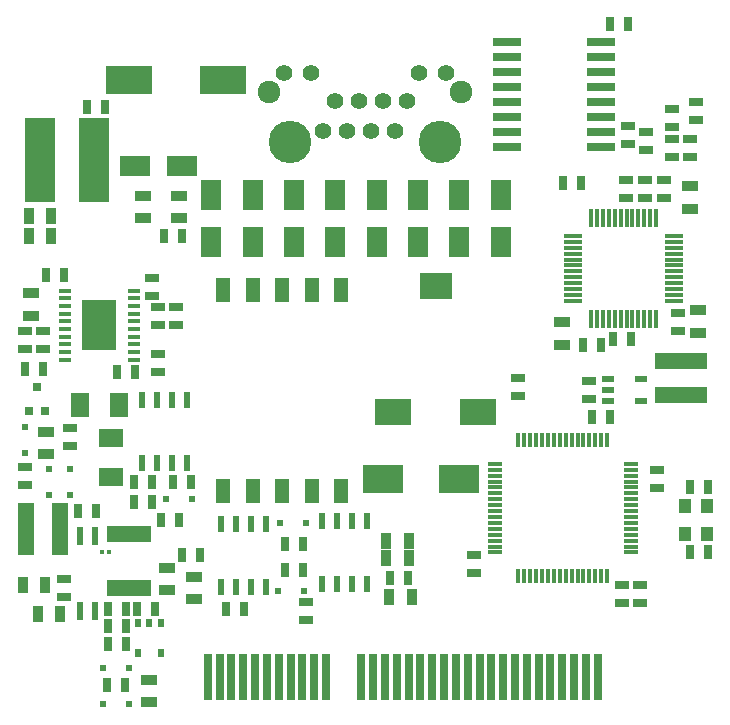
<source format=gts>
G04 (created by PCBNEW (2013-jul-07)-stable) date Wed 09 Oct 2013 01:20:09 AM EDT*
%MOIN*%
G04 Gerber Fmt 3.4, Leading zero omitted, Abs format*
%FSLAX34Y34*%
G01*
G70*
G90*
G04 APERTURE LIST*
%ADD10C,0.00590551*%
%ADD11R,0.0275X0.1574*%
%ADD12R,0.120866X0.0889764*%
%ADD13R,0.109055X0.0889764*%
%ADD14C,0.0551*%
%ADD15C,0.1417*%
%ADD16C,0.0757*%
%ADD17R,0.0984252X0.279528*%
%ADD18R,0.0473X0.0118*%
%ADD19R,0.0118X0.0473*%
%ADD20R,0.0570866X0.173228*%
%ADD21R,0.0413386X0.0125984*%
%ADD22R,0.11811X0.165354*%
%ADD23R,0.0984X0.0709*%
%ADD24R,0.0709X0.0984*%
%ADD25R,0.0236X0.0551*%
%ADD26R,0.02X0.03*%
%ADD27R,0.05X0.0799213*%
%ADD28R,0.15X0.055*%
%ADD29R,0.06X0.08*%
%ADD30R,0.08X0.06*%
%ADD31R,0.035X0.055*%
%ADD32R,0.055X0.035*%
%ADD33R,0.025X0.045*%
%ADD34R,0.045X0.025*%
%ADD35R,0.0315X0.0315*%
%ADD36R,0.0240157X0.0598425*%
%ADD37R,0.1378X0.0945*%
%ADD38R,0.1575X0.0945*%
%ADD39R,0.0944X0.025*%
%ADD40R,0.011811X0.015748*%
%ADD41R,0.0433X0.0236*%
%ADD42R,0.173228X0.0570866*%
%ADD43R,0.0413386X0.0511811*%
%ADD44R,0.0118X0.059*%
%ADD45R,0.059X0.0118*%
%ADD46R,0.0236X0.0236*%
G04 APERTURE END LIST*
G54D10*
G54D11*
X77441Y-45787D03*
X77834Y-45787D03*
X78228Y-45787D03*
X78622Y-45787D03*
X79015Y-45787D03*
X79409Y-45787D03*
X79803Y-45787D03*
X80197Y-45787D03*
X80590Y-45787D03*
X80984Y-45787D03*
X81378Y-45787D03*
X82559Y-45787D03*
X82952Y-45787D03*
X83346Y-45787D03*
X83740Y-45787D03*
X84134Y-45787D03*
X84527Y-45787D03*
X84921Y-45787D03*
X85315Y-45787D03*
X85708Y-45787D03*
X86102Y-45787D03*
X86496Y-45787D03*
X86889Y-45787D03*
X87283Y-45787D03*
X87677Y-45787D03*
X88071Y-45787D03*
X88464Y-45787D03*
X88858Y-45787D03*
X89252Y-45787D03*
X89645Y-45787D03*
X90039Y-45787D03*
X90433Y-45787D03*
G54D12*
X83620Y-36937D03*
X86458Y-36937D03*
G54D13*
X85039Y-32748D03*
G54D14*
X84077Y-26602D03*
X83677Y-27602D03*
X83277Y-26602D03*
X82877Y-27602D03*
X82477Y-26602D03*
X82077Y-27602D03*
X81677Y-26602D03*
X81277Y-27602D03*
X85377Y-25652D03*
X84477Y-25652D03*
X80877Y-25652D03*
X79977Y-25652D03*
G54D15*
X85177Y-27952D03*
X80177Y-27952D03*
G54D16*
X79477Y-26282D03*
X85877Y-26282D03*
G54D17*
X73641Y-28543D03*
X71830Y-28543D03*
G54D18*
X91535Y-41633D03*
X91535Y-41437D03*
X91535Y-41240D03*
X91535Y-41043D03*
X91535Y-40846D03*
X91535Y-40649D03*
X91535Y-40452D03*
X91535Y-40256D03*
X91535Y-40059D03*
X91535Y-39862D03*
X91535Y-39665D03*
X91535Y-39468D03*
X91535Y-39271D03*
X91535Y-39074D03*
X91535Y-38878D03*
X91535Y-38681D03*
G54D19*
X90747Y-37893D03*
X90551Y-37893D03*
X90354Y-37893D03*
X90157Y-37893D03*
X89960Y-37893D03*
X89763Y-37893D03*
X89566Y-37893D03*
X89370Y-37893D03*
X89173Y-37893D03*
X88976Y-37893D03*
X88779Y-37893D03*
X88582Y-37893D03*
X88385Y-37893D03*
X88188Y-37893D03*
X87992Y-37893D03*
X87795Y-37893D03*
G54D18*
X87007Y-38681D03*
X87007Y-38878D03*
X87007Y-39074D03*
X87007Y-39271D03*
X87007Y-39468D03*
X87007Y-39665D03*
X87007Y-39862D03*
X87007Y-40059D03*
X87007Y-40256D03*
X87007Y-40452D03*
X87007Y-40649D03*
X87007Y-40846D03*
X87007Y-41043D03*
X87007Y-41240D03*
X87007Y-41437D03*
X87007Y-41633D03*
G54D19*
X87795Y-42421D03*
X87992Y-42421D03*
X88188Y-42421D03*
X88385Y-42421D03*
X88582Y-42421D03*
X88779Y-42421D03*
X88976Y-42421D03*
X89173Y-42421D03*
X89370Y-42421D03*
X89566Y-42421D03*
X89763Y-42421D03*
X89960Y-42421D03*
X90157Y-42421D03*
X90354Y-42421D03*
X90551Y-42421D03*
X90747Y-42421D03*
G54D20*
X71377Y-40846D03*
X72519Y-40846D03*
G54D21*
X74970Y-35206D03*
X74970Y-34950D03*
X74970Y-34694D03*
X74970Y-34438D03*
X74970Y-34183D03*
X74970Y-33927D03*
X74970Y-33671D03*
X74970Y-33415D03*
X74970Y-33159D03*
X74970Y-32903D03*
X72667Y-32903D03*
X72667Y-33159D03*
X72667Y-33415D03*
X72667Y-33671D03*
X72667Y-33927D03*
X72667Y-34183D03*
X72667Y-34438D03*
X72667Y-34694D03*
X72667Y-34950D03*
X72667Y-35206D03*
G54D22*
X73818Y-34055D03*
G54D23*
X76574Y-28740D03*
X75000Y-28740D03*
G54D24*
X77559Y-31298D03*
X77559Y-29724D03*
X81692Y-31298D03*
X81692Y-29724D03*
X78937Y-29724D03*
X78937Y-31298D03*
X80314Y-29724D03*
X80314Y-31298D03*
X87204Y-31298D03*
X87204Y-29724D03*
X83070Y-31298D03*
X83070Y-29724D03*
X85826Y-29724D03*
X85826Y-31298D03*
X84448Y-29724D03*
X84448Y-31298D03*
G54D25*
X75234Y-36548D03*
X75234Y-38648D03*
X75734Y-36548D03*
X76234Y-36548D03*
X76734Y-36548D03*
X75734Y-38648D03*
X76234Y-38648D03*
X76734Y-38648D03*
G54D26*
X75867Y-43988D03*
X75117Y-43988D03*
X75867Y-44988D03*
X75492Y-43988D03*
X75117Y-44988D03*
G54D27*
X77952Y-32870D03*
X78937Y-32870D03*
X79921Y-32870D03*
X80905Y-32870D03*
X81889Y-32870D03*
X81889Y-39570D03*
X80905Y-39570D03*
X79921Y-39570D03*
X78937Y-39570D03*
X77952Y-39570D03*
G54D25*
X77891Y-40682D03*
X77891Y-42782D03*
X78391Y-40682D03*
X78891Y-40682D03*
X79391Y-40682D03*
X78391Y-42782D03*
X78891Y-42782D03*
X79391Y-42782D03*
X81238Y-40583D03*
X81238Y-42683D03*
X81738Y-40583D03*
X82238Y-40583D03*
X82738Y-40583D03*
X81738Y-42683D03*
X82238Y-42683D03*
X82738Y-42683D03*
G54D28*
X74803Y-41029D03*
X74803Y-42829D03*
G54D29*
X74468Y-36712D03*
X73168Y-36712D03*
G54D30*
X74212Y-39134D03*
X74212Y-37834D03*
G54D31*
X83483Y-43110D03*
X84233Y-43110D03*
X71770Y-43700D03*
X72520Y-43700D03*
G54D32*
X76082Y-42144D03*
X76082Y-42894D03*
X76968Y-43189D03*
X76968Y-42439D03*
G54D31*
X71278Y-42716D03*
X72028Y-42716D03*
G54D32*
X75472Y-46634D03*
X75472Y-45884D03*
G54D31*
X71475Y-30413D03*
X72225Y-30413D03*
X71475Y-31102D03*
X72225Y-31102D03*
G54D32*
X72047Y-37617D03*
X72047Y-38367D03*
G54D31*
X84134Y-41240D03*
X83384Y-41240D03*
G54D32*
X71555Y-32991D03*
X71555Y-33741D03*
G54D33*
X77170Y-41732D03*
X76570Y-41732D03*
G54D34*
X72637Y-42514D03*
X72637Y-43114D03*
G54D33*
X74709Y-44685D03*
X74109Y-44685D03*
X75093Y-43503D03*
X75693Y-43503D03*
X74995Y-39271D03*
X75595Y-39271D03*
X74709Y-44094D03*
X74109Y-44094D03*
X74670Y-46062D03*
X74070Y-46062D03*
X71353Y-35531D03*
X71953Y-35531D03*
X94099Y-41633D03*
X93499Y-41633D03*
X94099Y-39448D03*
X93499Y-39448D03*
G54D34*
X76377Y-34059D03*
X76377Y-33459D03*
G54D33*
X72642Y-32381D03*
X72042Y-32381D03*
X74109Y-43503D03*
X74709Y-43503D03*
X75979Y-31102D03*
X76579Y-31102D03*
X74020Y-26771D03*
X73420Y-26771D03*
G54D34*
X75590Y-33075D03*
X75590Y-32475D03*
G54D33*
X74404Y-35629D03*
X75004Y-35629D03*
G54D34*
X72834Y-37495D03*
X72834Y-38095D03*
G54D33*
X84118Y-42480D03*
X83518Y-42480D03*
X73125Y-40255D03*
X73725Y-40255D03*
G54D34*
X71358Y-39374D03*
X71358Y-38774D03*
X75787Y-34059D03*
X75787Y-33459D03*
X71358Y-34847D03*
X71358Y-34247D03*
X71948Y-34847D03*
X71948Y-34247D03*
X75787Y-35034D03*
X75787Y-35634D03*
G54D33*
X76874Y-39271D03*
X76274Y-39271D03*
X75881Y-40551D03*
X76481Y-40551D03*
X74995Y-39960D03*
X75595Y-39960D03*
G54D35*
X71475Y-36909D03*
X72027Y-36909D03*
X71751Y-36122D03*
G54D36*
X73675Y-43572D03*
X73175Y-43572D03*
X73175Y-41072D03*
X73675Y-41072D03*
G54D37*
X85827Y-39173D03*
X83267Y-39173D03*
G54D38*
X77952Y-25885D03*
X74802Y-25885D03*
G54D39*
X90554Y-28127D03*
X90554Y-27627D03*
X90554Y-27127D03*
X90554Y-26627D03*
X90554Y-26127D03*
X90554Y-25627D03*
X90554Y-25127D03*
X90554Y-24627D03*
X87398Y-24627D03*
X87398Y-25127D03*
X87398Y-25627D03*
X87398Y-26127D03*
X87398Y-26627D03*
X87398Y-27127D03*
X87398Y-27627D03*
X87398Y-28127D03*
G54D40*
X74133Y-41633D03*
X73897Y-41633D03*
G54D34*
X93503Y-28449D03*
X93503Y-27849D03*
X92913Y-28449D03*
X92913Y-27849D03*
X92913Y-27465D03*
X92913Y-26865D03*
G54D33*
X89266Y-29330D03*
X89866Y-29330D03*
G54D34*
X91456Y-27416D03*
X91456Y-28016D03*
X92047Y-27613D03*
X92047Y-28213D03*
G54D33*
X91441Y-24015D03*
X90841Y-24015D03*
G54D34*
X93700Y-27229D03*
X93700Y-26629D03*
X92421Y-38873D03*
X92421Y-39473D03*
X91240Y-42711D03*
X91240Y-43311D03*
X87795Y-36422D03*
X87795Y-35822D03*
X86318Y-42327D03*
X86318Y-41727D03*
X91830Y-42711D03*
X91830Y-43311D03*
X90157Y-36520D03*
X90157Y-35920D03*
G54D33*
X90251Y-37106D03*
X90851Y-37106D03*
G54D41*
X90787Y-35846D03*
X90787Y-36220D03*
X90787Y-36594D03*
X91889Y-36594D03*
X91889Y-35846D03*
G54D42*
X93208Y-35255D03*
X93208Y-36397D03*
G54D43*
X94064Y-41003D03*
X94064Y-40098D03*
X93336Y-40098D03*
X93336Y-41003D03*
G54D34*
X80708Y-43302D03*
X80708Y-43902D03*
G54D31*
X84134Y-41830D03*
X83384Y-41830D03*
G54D33*
X80614Y-42224D03*
X80014Y-42224D03*
X78646Y-43503D03*
X78046Y-43503D03*
G54D32*
X75295Y-30493D03*
X75295Y-29743D03*
X76476Y-30493D03*
X76476Y-29743D03*
G54D33*
X80014Y-41338D03*
X80614Y-41338D03*
G54D44*
X92381Y-30492D03*
X92184Y-30492D03*
X91987Y-30492D03*
X91791Y-30492D03*
X91594Y-30492D03*
X91397Y-30492D03*
X91201Y-30492D03*
X91004Y-30492D03*
X90807Y-30492D03*
X90611Y-30492D03*
X90414Y-30492D03*
X90217Y-30492D03*
G54D45*
X89626Y-31083D03*
X89626Y-31280D03*
X89626Y-31477D03*
X89626Y-31673D03*
X89626Y-31870D03*
X89626Y-32067D03*
X89626Y-32263D03*
X89626Y-32460D03*
X89626Y-32657D03*
X89626Y-32853D03*
X89626Y-33050D03*
X89626Y-33247D03*
G54D44*
X90217Y-33838D03*
X90414Y-33838D03*
X90611Y-33838D03*
X90807Y-33838D03*
X91004Y-33838D03*
X91201Y-33838D03*
X91397Y-33838D03*
X91594Y-33838D03*
X91791Y-33838D03*
X91987Y-33838D03*
X92184Y-33838D03*
X92381Y-33838D03*
G54D45*
X92972Y-33247D03*
X92972Y-33050D03*
X92972Y-32853D03*
X92972Y-32657D03*
X92972Y-32460D03*
X92972Y-32263D03*
X92972Y-32067D03*
X92972Y-31870D03*
X92972Y-31673D03*
X92972Y-31477D03*
X92972Y-31280D03*
X92972Y-31083D03*
G54D32*
X93779Y-33562D03*
X93779Y-34312D03*
X89251Y-34705D03*
X89251Y-33955D03*
G54D34*
X91377Y-29827D03*
X91377Y-29227D03*
G54D33*
X91559Y-34527D03*
X90959Y-34527D03*
X89936Y-34724D03*
X90536Y-34724D03*
G54D34*
X93110Y-33637D03*
X93110Y-34237D03*
X92007Y-29827D03*
X92007Y-29227D03*
X92637Y-29827D03*
X92637Y-29227D03*
G54D32*
X93503Y-30178D03*
X93503Y-29428D03*
G54D46*
X80708Y-40669D03*
X79842Y-40669D03*
X79783Y-42913D03*
X80649Y-42913D03*
X72145Y-38838D03*
X72145Y-39704D03*
X74803Y-45472D03*
X73937Y-45472D03*
X72834Y-38838D03*
X72834Y-39704D03*
X71358Y-37460D03*
X71358Y-38326D03*
X76043Y-39862D03*
X76909Y-39862D03*
X73937Y-46692D03*
X74803Y-46692D03*
M02*

</source>
